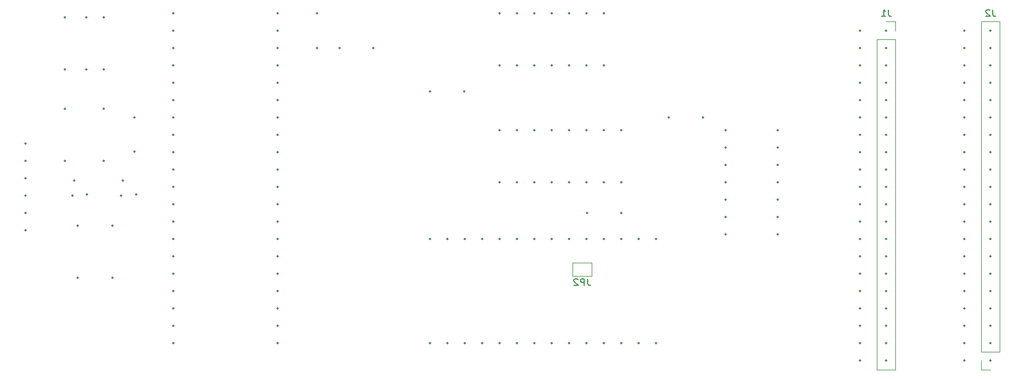
<source format=gbo>
%TF.GenerationSoftware,KiCad,Pcbnew,8.0.5+1*%
%TF.CreationDate,2024-10-09T19:18:35+02:00*%
%TF.ProjectId,QL_PC0084A_keyboard_adapter,514c5f50-4330-4303-9834-415f6b657962,0*%
%TF.SameCoordinates,Original*%
%TF.FileFunction,Legend,Bot*%
%TF.FilePolarity,Positive*%
%FSLAX46Y46*%
G04 Gerber Fmt 4.6, Leading zero omitted, Abs format (unit mm)*
G04 Created by KiCad (PCBNEW 8.0.5+1) date 2024-10-09 19:18:35*
%MOMM*%
%LPD*%
G01*
G04 APERTURE LIST*
%ADD10C,0.150000*%
%ADD11C,0.120000*%
%ADD12C,0.350000*%
G04 APERTURE END LIST*
D10*
X235283333Y-78194819D02*
X235283333Y-78909104D01*
X235283333Y-78909104D02*
X235330952Y-79051961D01*
X235330952Y-79051961D02*
X235426190Y-79147200D01*
X235426190Y-79147200D02*
X235569047Y-79194819D01*
X235569047Y-79194819D02*
X235664285Y-79194819D01*
X234854761Y-78290057D02*
X234807142Y-78242438D01*
X234807142Y-78242438D02*
X234711904Y-78194819D01*
X234711904Y-78194819D02*
X234473809Y-78194819D01*
X234473809Y-78194819D02*
X234378571Y-78242438D01*
X234378571Y-78242438D02*
X234330952Y-78290057D01*
X234330952Y-78290057D02*
X234283333Y-78385295D01*
X234283333Y-78385295D02*
X234283333Y-78480533D01*
X234283333Y-78480533D02*
X234330952Y-78623390D01*
X234330952Y-78623390D02*
X234902380Y-79194819D01*
X234902380Y-79194819D02*
X234283333Y-79194819D01*
X176093333Y-117564819D02*
X176093333Y-118279104D01*
X176093333Y-118279104D02*
X176140952Y-118421961D01*
X176140952Y-118421961D02*
X176236190Y-118517200D01*
X176236190Y-118517200D02*
X176379047Y-118564819D01*
X176379047Y-118564819D02*
X176474285Y-118564819D01*
X175617142Y-118564819D02*
X175617142Y-117564819D01*
X175617142Y-117564819D02*
X175236190Y-117564819D01*
X175236190Y-117564819D02*
X175140952Y-117612438D01*
X175140952Y-117612438D02*
X175093333Y-117660057D01*
X175093333Y-117660057D02*
X175045714Y-117755295D01*
X175045714Y-117755295D02*
X175045714Y-117898152D01*
X175045714Y-117898152D02*
X175093333Y-117993390D01*
X175093333Y-117993390D02*
X175140952Y-118041009D01*
X175140952Y-118041009D02*
X175236190Y-118088628D01*
X175236190Y-118088628D02*
X175617142Y-118088628D01*
X174664761Y-117660057D02*
X174617142Y-117612438D01*
X174617142Y-117612438D02*
X174521904Y-117564819D01*
X174521904Y-117564819D02*
X174283809Y-117564819D01*
X174283809Y-117564819D02*
X174188571Y-117612438D01*
X174188571Y-117612438D02*
X174140952Y-117660057D01*
X174140952Y-117660057D02*
X174093333Y-117755295D01*
X174093333Y-117755295D02*
X174093333Y-117850533D01*
X174093333Y-117850533D02*
X174140952Y-117993390D01*
X174140952Y-117993390D02*
X174712380Y-118564819D01*
X174712380Y-118564819D02*
X174093333Y-118564819D01*
X220043333Y-78194819D02*
X220043333Y-78909104D01*
X220043333Y-78909104D02*
X220090952Y-79051961D01*
X220090952Y-79051961D02*
X220186190Y-79147200D01*
X220186190Y-79147200D02*
X220329047Y-79194819D01*
X220329047Y-79194819D02*
X220424285Y-79194819D01*
X219043333Y-79194819D02*
X219614761Y-79194819D01*
X219329047Y-79194819D02*
X219329047Y-78194819D01*
X219329047Y-78194819D02*
X219424285Y-78337676D01*
X219424285Y-78337676D02*
X219519523Y-78432914D01*
X219519523Y-78432914D02*
X219614761Y-78480533D01*
D11*
%TO.C,J2*%
X233620000Y-79950000D02*
X233620000Y-128270000D01*
X233620000Y-130870000D02*
X233620000Y-129540000D01*
X234950000Y-130870000D02*
X233620000Y-130870000D01*
X236280000Y-79950000D02*
X233620000Y-79950000D01*
X236280000Y-79950000D02*
X236280000Y-128270000D01*
X236280000Y-128270000D02*
X233620000Y-128270000D01*
%TO.C,JP2*%
X173860000Y-115205000D02*
X176660000Y-115205000D01*
X173860000Y-117205000D02*
X173860000Y-115205000D01*
X176660000Y-115205000D02*
X176660000Y-117205000D01*
X176660000Y-117205000D02*
X173860000Y-117205000D01*
%TO.C,J1*%
X218380000Y-82550000D02*
X221040000Y-82550000D01*
X218380000Y-130870000D02*
X218380000Y-82550000D01*
X218380000Y-130870000D02*
X221040000Y-130870000D01*
X219710000Y-79950000D02*
X221040000Y-79950000D01*
X221040000Y-79950000D02*
X221040000Y-81280000D01*
X221040000Y-130870000D02*
X221040000Y-82550000D01*
%TD*%
D12*
X110109556Y-105282437D03*
X107932505Y-105409437D03*
X108204556Y-103250437D03*
X102976000Y-105283000D03*
X100798949Y-105410000D03*
X101071000Y-103251000D03*
X115570000Y-78740000D03*
X115570000Y-81280000D03*
X115570000Y-83820000D03*
X115570000Y-86360000D03*
X115570000Y-88900000D03*
X115570000Y-91440000D03*
X115570000Y-93980000D03*
X115570000Y-96520000D03*
X115570000Y-99060000D03*
X115570000Y-101600000D03*
X115570000Y-104140000D03*
X115570000Y-106680000D03*
X115570000Y-109220000D03*
X115570000Y-111760000D03*
X115570000Y-114300000D03*
X115570000Y-116840000D03*
X115570000Y-119380000D03*
X115570000Y-121920000D03*
X115570000Y-124460000D03*
X115570000Y-127000000D03*
X130810000Y-127000000D03*
X130810000Y-124460000D03*
X130810000Y-121920000D03*
X130810000Y-119380000D03*
X130810000Y-116840000D03*
X130810000Y-114300000D03*
X130810000Y-111760000D03*
X130810000Y-109220000D03*
X130810000Y-106680000D03*
X130810000Y-104140000D03*
X130810000Y-101600000D03*
X130810000Y-99060000D03*
X130810000Y-96520000D03*
X130810000Y-93980000D03*
X130810000Y-91440000D03*
X130810000Y-88900000D03*
X130810000Y-86360000D03*
X130810000Y-83820000D03*
X130810000Y-81280000D03*
X130810000Y-78740000D03*
X178440000Y-78750000D03*
X175900000Y-78750000D03*
X173360000Y-78750000D03*
X170820000Y-78750000D03*
X168280000Y-78750000D03*
X165740000Y-78750000D03*
X163200000Y-78750000D03*
X163200000Y-86370000D03*
X165740000Y-86370000D03*
X168280000Y-86370000D03*
X170820000Y-86370000D03*
X173360000Y-86370000D03*
X175900000Y-86370000D03*
X178440000Y-86370000D03*
X215900000Y-81280000D03*
X215900000Y-83820000D03*
X215900000Y-86360000D03*
X215900000Y-88900000D03*
X215900000Y-91440000D03*
X215900000Y-93980000D03*
X215900000Y-96520000D03*
X215900000Y-99060000D03*
X215900000Y-101600000D03*
X215900000Y-104140000D03*
X215900000Y-106680000D03*
X215900000Y-109220000D03*
X215900000Y-111760000D03*
X215900000Y-114300000D03*
X215900000Y-116840000D03*
X215900000Y-119380000D03*
X215900000Y-121920000D03*
X215900000Y-124460000D03*
X215900000Y-127000000D03*
X215900000Y-129540000D03*
X231140000Y-129540000D03*
X231140000Y-127000000D03*
X231140000Y-124460000D03*
X231140000Y-121920000D03*
X231140000Y-119380000D03*
X231140000Y-116840000D03*
X231140000Y-114300000D03*
X231140000Y-111760000D03*
X231140000Y-109220000D03*
X231140000Y-106680000D03*
X231140000Y-104140000D03*
X231140000Y-101600000D03*
X231140000Y-99060000D03*
X231140000Y-96520000D03*
X231140000Y-93980000D03*
X231140000Y-91440000D03*
X231140000Y-88900000D03*
X231140000Y-86360000D03*
X231140000Y-83820000D03*
X231140000Y-81280000D03*
X105410000Y-86995000D03*
X105410000Y-79375000D03*
X136525000Y-83780000D03*
X136525000Y-78780000D03*
X180975000Y-95885000D03*
X178435000Y-95885000D03*
X175895000Y-95885000D03*
X173355000Y-95885000D03*
X170815000Y-95885000D03*
X168275000Y-95885000D03*
X165735000Y-95885000D03*
X163195000Y-95885000D03*
X163195000Y-103505000D03*
X165735000Y-103505000D03*
X168275000Y-103505000D03*
X170815000Y-103505000D03*
X173355000Y-103505000D03*
X175895000Y-103505000D03*
X178435000Y-103505000D03*
X180975000Y-103505000D03*
X109855000Y-98980000D03*
X109855000Y-93980000D03*
X153075000Y-90170000D03*
X158075000Y-90170000D03*
X187960000Y-93980000D03*
X192960000Y-93980000D03*
X105410000Y-92710000D03*
X105410000Y-100330000D03*
X180975000Y-107950000D03*
X175975000Y-107950000D03*
X139880000Y-83790000D03*
X144780000Y-83790000D03*
X102870000Y-86995000D03*
X102870000Y-79375000D03*
X106680000Y-109855000D03*
X106680000Y-117475000D03*
X101600000Y-109855000D03*
X101600000Y-117475000D03*
X99695000Y-100330000D03*
X99695000Y-92710000D03*
X203825000Y-111125000D03*
X203825000Y-108585000D03*
X203825000Y-106045000D03*
X203825000Y-103505000D03*
X203825000Y-100965000D03*
X203825000Y-98425000D03*
X203825000Y-95885000D03*
X196205000Y-95885000D03*
X196205000Y-98425000D03*
X196205000Y-100965000D03*
X196205000Y-103505000D03*
X196205000Y-106045000D03*
X196205000Y-108585000D03*
X196205000Y-111125000D03*
X99695000Y-79375000D03*
X99695000Y-86995000D03*
X153035000Y-127000000D03*
X155575000Y-127000000D03*
X158115000Y-127000000D03*
X160655000Y-127000000D03*
X163195000Y-127000000D03*
X165735000Y-127000000D03*
X168275000Y-127000000D03*
X170815000Y-127000000D03*
X173355000Y-127000000D03*
X175895000Y-127000000D03*
X178435000Y-127000000D03*
X180975000Y-127000000D03*
X183515000Y-127000000D03*
X186055000Y-127000000D03*
X186055000Y-111760000D03*
X183515000Y-111760000D03*
X180975000Y-111760000D03*
X178435000Y-111760000D03*
X175895000Y-111760000D03*
X173355000Y-111760000D03*
X170815000Y-111760000D03*
X168275000Y-111760000D03*
X165735000Y-111760000D03*
X163195000Y-111760000D03*
X160655000Y-111760000D03*
X158115000Y-111760000D03*
X155575000Y-111760000D03*
X153035000Y-111760000D03*
X93980000Y-110490000D03*
X93980000Y-107950000D03*
X93980000Y-105410000D03*
X93980000Y-102870000D03*
X93980000Y-100330000D03*
X93980000Y-97790000D03*
X234950000Y-129540000D03*
X234950000Y-127000000D03*
X234950000Y-124460000D03*
X234950000Y-121920000D03*
X234950000Y-119380000D03*
X234950000Y-116840000D03*
X234950000Y-114300000D03*
X234950000Y-111760000D03*
X234950000Y-109220000D03*
X234950000Y-106680000D03*
X234950000Y-104140000D03*
X234950000Y-101600000D03*
X234950000Y-99060000D03*
X234950000Y-96520000D03*
X234950000Y-93980000D03*
X234950000Y-91440000D03*
X234950000Y-88900000D03*
X234950000Y-86360000D03*
X234950000Y-83820000D03*
X234950000Y-81280000D03*
X219710000Y-81280000D03*
X219710000Y-83820000D03*
X219710000Y-86360000D03*
X219710000Y-88900000D03*
X219710000Y-91440000D03*
X219710000Y-93980000D03*
X219710000Y-96520000D03*
X219710000Y-99060000D03*
X219710000Y-101600000D03*
X219710000Y-104140000D03*
X219710000Y-106680000D03*
X219710000Y-109220000D03*
X219710000Y-111760000D03*
X219710000Y-114300000D03*
X219710000Y-116840000D03*
X219710000Y-119380000D03*
X219710000Y-121920000D03*
X219710000Y-124460000D03*
X219710000Y-127000000D03*
X219710000Y-129540000D03*
M02*

</source>
